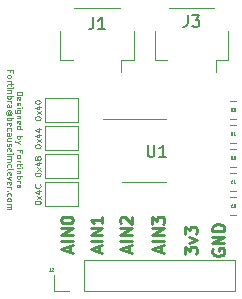
<source format=gbr>
%TF.GenerationSoftware,KiCad,Pcbnew,(6.0.7)*%
%TF.CreationDate,2022-08-07T18:23:06-05:00*%
%TF.ProjectId,ADS1219,41445331-3231-4392-9e6b-696361645f70,4*%
%TF.SameCoordinates,Original*%
%TF.FileFunction,Legend,Top*%
%TF.FilePolarity,Positive*%
%FSLAX46Y46*%
G04 Gerber Fmt 4.6, Leading zero omitted, Abs format (unit mm)*
G04 Created by KiCad (PCBNEW (6.0.7)) date 2022-08-07 18:23:06*
%MOMM*%
%LPD*%
G01*
G04 APERTURE LIST*
%ADD10C,0.062500*%
%ADD11C,0.250000*%
%ADD12C,0.150000*%
%ADD13C,0.125000*%
%ADD14C,0.120000*%
G04 APERTURE END LIST*
D10*
X159676309Y-81452380D02*
X160176309Y-81452380D01*
X160176309Y-81571428D01*
X160152500Y-81642857D01*
X160104880Y-81690476D01*
X160057261Y-81714285D01*
X159962023Y-81738095D01*
X159890595Y-81738095D01*
X159795357Y-81714285D01*
X159747738Y-81690476D01*
X159700119Y-81642857D01*
X159676309Y-81571428D01*
X159676309Y-81452380D01*
X159700119Y-82142857D02*
X159676309Y-82095238D01*
X159676309Y-82000000D01*
X159700119Y-81952380D01*
X159747738Y-81928571D01*
X159938214Y-81928571D01*
X159985833Y-81952380D01*
X160009642Y-82000000D01*
X160009642Y-82095238D01*
X159985833Y-82142857D01*
X159938214Y-82166666D01*
X159890595Y-82166666D01*
X159842976Y-81928571D01*
X159700119Y-82357142D02*
X159676309Y-82404761D01*
X159676309Y-82500000D01*
X159700119Y-82547619D01*
X159747738Y-82571428D01*
X159771547Y-82571428D01*
X159819166Y-82547619D01*
X159842976Y-82500000D01*
X159842976Y-82428571D01*
X159866785Y-82380952D01*
X159914404Y-82357142D01*
X159938214Y-82357142D01*
X159985833Y-82380952D01*
X160009642Y-82428571D01*
X160009642Y-82500000D01*
X159985833Y-82547619D01*
X159676309Y-82785714D02*
X160009642Y-82785714D01*
X160176309Y-82785714D02*
X160152500Y-82761904D01*
X160128690Y-82785714D01*
X160152500Y-82809523D01*
X160176309Y-82785714D01*
X160128690Y-82785714D01*
X160009642Y-83238095D02*
X159604880Y-83238095D01*
X159557261Y-83214285D01*
X159533452Y-83190476D01*
X159509642Y-83142857D01*
X159509642Y-83071428D01*
X159533452Y-83023809D01*
X159700119Y-83238095D02*
X159676309Y-83190476D01*
X159676309Y-83095238D01*
X159700119Y-83047619D01*
X159723928Y-83023809D01*
X159771547Y-83000000D01*
X159914404Y-83000000D01*
X159962023Y-83023809D01*
X159985833Y-83047619D01*
X160009642Y-83095238D01*
X160009642Y-83190476D01*
X159985833Y-83238095D01*
X160009642Y-83476190D02*
X159676309Y-83476190D01*
X159962023Y-83476190D02*
X159985833Y-83500000D01*
X160009642Y-83547619D01*
X160009642Y-83619047D01*
X159985833Y-83666666D01*
X159938214Y-83690476D01*
X159676309Y-83690476D01*
X159700119Y-84119047D02*
X159676309Y-84071428D01*
X159676309Y-83976190D01*
X159700119Y-83928571D01*
X159747738Y-83904761D01*
X159938214Y-83904761D01*
X159985833Y-83928571D01*
X160009642Y-83976190D01*
X160009642Y-84071428D01*
X159985833Y-84119047D01*
X159938214Y-84142857D01*
X159890595Y-84142857D01*
X159842976Y-83904761D01*
X159676309Y-84571428D02*
X160176309Y-84571428D01*
X159700119Y-84571428D02*
X159676309Y-84523809D01*
X159676309Y-84428571D01*
X159700119Y-84380952D01*
X159723928Y-84357142D01*
X159771547Y-84333333D01*
X159914404Y-84333333D01*
X159962023Y-84357142D01*
X159985833Y-84380952D01*
X160009642Y-84428571D01*
X160009642Y-84523809D01*
X159985833Y-84571428D01*
X159676309Y-85190476D02*
X160176309Y-85190476D01*
X159985833Y-85190476D02*
X160009642Y-85238095D01*
X160009642Y-85333333D01*
X159985833Y-85380952D01*
X159962023Y-85404761D01*
X159914404Y-85428571D01*
X159771547Y-85428571D01*
X159723928Y-85404761D01*
X159700119Y-85380952D01*
X159676309Y-85333333D01*
X159676309Y-85238095D01*
X159700119Y-85190476D01*
X160009642Y-85595238D02*
X159676309Y-85714285D01*
X160009642Y-85833333D02*
X159676309Y-85714285D01*
X159557261Y-85666666D01*
X159533452Y-85642857D01*
X159509642Y-85595238D01*
X159938214Y-86571428D02*
X159938214Y-86404761D01*
X159676309Y-86404761D02*
X160176309Y-86404761D01*
X160176309Y-86642857D01*
X159676309Y-86904761D02*
X159700119Y-86857142D01*
X159723928Y-86833333D01*
X159771547Y-86809523D01*
X159914404Y-86809523D01*
X159962023Y-86833333D01*
X159985833Y-86857142D01*
X160009642Y-86904761D01*
X160009642Y-86976190D01*
X159985833Y-87023809D01*
X159962023Y-87047619D01*
X159914404Y-87071428D01*
X159771547Y-87071428D01*
X159723928Y-87047619D01*
X159700119Y-87023809D01*
X159676309Y-86976190D01*
X159676309Y-86904761D01*
X159676309Y-87285714D02*
X160009642Y-87285714D01*
X159914404Y-87285714D02*
X159962023Y-87309523D01*
X159985833Y-87333333D01*
X160009642Y-87380952D01*
X160009642Y-87428571D01*
X160009642Y-87523809D02*
X160009642Y-87714285D01*
X160176309Y-87595238D02*
X159747738Y-87595238D01*
X159700119Y-87619047D01*
X159676309Y-87666666D01*
X159676309Y-87714285D01*
X159676309Y-87880952D02*
X160009642Y-87880952D01*
X160176309Y-87880952D02*
X160152500Y-87857142D01*
X160128690Y-87880952D01*
X160152500Y-87904761D01*
X160176309Y-87880952D01*
X160128690Y-87880952D01*
X160009642Y-88119047D02*
X159676309Y-88119047D01*
X159962023Y-88119047D02*
X159985833Y-88142857D01*
X160009642Y-88190476D01*
X160009642Y-88261904D01*
X159985833Y-88309523D01*
X159938214Y-88333333D01*
X159676309Y-88333333D01*
X159676309Y-88571428D02*
X160176309Y-88571428D01*
X159985833Y-88571428D02*
X160009642Y-88619047D01*
X160009642Y-88714285D01*
X159985833Y-88761904D01*
X159962023Y-88785714D01*
X159914404Y-88809523D01*
X159771547Y-88809523D01*
X159723928Y-88785714D01*
X159700119Y-88761904D01*
X159676309Y-88714285D01*
X159676309Y-88619047D01*
X159700119Y-88571428D01*
X159676309Y-89023809D02*
X160009642Y-89023809D01*
X159914404Y-89023809D02*
X159962023Y-89047619D01*
X159985833Y-89071428D01*
X160009642Y-89119047D01*
X160009642Y-89166666D01*
X159676309Y-89547619D02*
X159938214Y-89547619D01*
X159985833Y-89523809D01*
X160009642Y-89476190D01*
X160009642Y-89380952D01*
X159985833Y-89333333D01*
X159700119Y-89547619D02*
X159676309Y-89500000D01*
X159676309Y-89380952D01*
X159700119Y-89333333D01*
X159747738Y-89309523D01*
X159795357Y-89309523D01*
X159842976Y-89333333D01*
X159866785Y-89380952D01*
X159866785Y-89500000D01*
X159890595Y-89547619D01*
X159133214Y-79785714D02*
X159133214Y-79619047D01*
X158871309Y-79619047D02*
X159371309Y-79619047D01*
X159371309Y-79857142D01*
X158871309Y-80119047D02*
X158895119Y-80071428D01*
X158918928Y-80047619D01*
X158966547Y-80023809D01*
X159109404Y-80023809D01*
X159157023Y-80047619D01*
X159180833Y-80071428D01*
X159204642Y-80119047D01*
X159204642Y-80190476D01*
X159180833Y-80238095D01*
X159157023Y-80261904D01*
X159109404Y-80285714D01*
X158966547Y-80285714D01*
X158918928Y-80261904D01*
X158895119Y-80238095D01*
X158871309Y-80190476D01*
X158871309Y-80119047D01*
X158871309Y-80500000D02*
X159204642Y-80500000D01*
X159109404Y-80500000D02*
X159157023Y-80523809D01*
X159180833Y-80547619D01*
X159204642Y-80595238D01*
X159204642Y-80642857D01*
X159204642Y-80738095D02*
X159204642Y-80928571D01*
X159371309Y-80809523D02*
X158942738Y-80809523D01*
X158895119Y-80833333D01*
X158871309Y-80880952D01*
X158871309Y-80928571D01*
X158871309Y-81095238D02*
X159204642Y-81095238D01*
X159371309Y-81095238D02*
X159347500Y-81071428D01*
X159323690Y-81095238D01*
X159347500Y-81119047D01*
X159371309Y-81095238D01*
X159323690Y-81095238D01*
X159204642Y-81333333D02*
X158871309Y-81333333D01*
X159157023Y-81333333D02*
X159180833Y-81357142D01*
X159204642Y-81404761D01*
X159204642Y-81476190D01*
X159180833Y-81523809D01*
X159133214Y-81547619D01*
X158871309Y-81547619D01*
X158871309Y-81785714D02*
X159371309Y-81785714D01*
X159180833Y-81785714D02*
X159204642Y-81833333D01*
X159204642Y-81928571D01*
X159180833Y-81976190D01*
X159157023Y-82000000D01*
X159109404Y-82023809D01*
X158966547Y-82023809D01*
X158918928Y-82000000D01*
X158895119Y-81976190D01*
X158871309Y-81928571D01*
X158871309Y-81833333D01*
X158895119Y-81785714D01*
X158871309Y-82238095D02*
X159204642Y-82238095D01*
X159109404Y-82238095D02*
X159157023Y-82261904D01*
X159180833Y-82285714D01*
X159204642Y-82333333D01*
X159204642Y-82380952D01*
X158871309Y-82761904D02*
X159133214Y-82761904D01*
X159180833Y-82738095D01*
X159204642Y-82690476D01*
X159204642Y-82595238D01*
X159180833Y-82547619D01*
X158895119Y-82761904D02*
X158871309Y-82714285D01*
X158871309Y-82595238D01*
X158895119Y-82547619D01*
X158942738Y-82523809D01*
X158990357Y-82523809D01*
X159037976Y-82547619D01*
X159061785Y-82595238D01*
X159061785Y-82714285D01*
X159085595Y-82761904D01*
X159109404Y-83309523D02*
X159133214Y-83285714D01*
X159157023Y-83238095D01*
X159157023Y-83190476D01*
X159133214Y-83142857D01*
X159109404Y-83119047D01*
X159061785Y-83095238D01*
X159014166Y-83095238D01*
X158966547Y-83119047D01*
X158942738Y-83142857D01*
X158918928Y-83190476D01*
X158918928Y-83238095D01*
X158942738Y-83285714D01*
X158966547Y-83309523D01*
X159157023Y-83309523D02*
X158966547Y-83309523D01*
X158942738Y-83333333D01*
X158942738Y-83357142D01*
X158966547Y-83404761D01*
X159014166Y-83428571D01*
X159133214Y-83428571D01*
X159204642Y-83380952D01*
X159252261Y-83309523D01*
X159276071Y-83214285D01*
X159252261Y-83119047D01*
X159204642Y-83047619D01*
X159133214Y-83000000D01*
X159037976Y-82976190D01*
X158942738Y-83000000D01*
X158871309Y-83047619D01*
X158823690Y-83119047D01*
X158799880Y-83214285D01*
X158823690Y-83309523D01*
X158871309Y-83380952D01*
X158871309Y-83642857D02*
X159371309Y-83642857D01*
X159180833Y-83642857D02*
X159204642Y-83690476D01*
X159204642Y-83785714D01*
X159180833Y-83833333D01*
X159157023Y-83857142D01*
X159109404Y-83880952D01*
X158966547Y-83880952D01*
X158918928Y-83857142D01*
X158895119Y-83833333D01*
X158871309Y-83785714D01*
X158871309Y-83690476D01*
X158895119Y-83642857D01*
X158895119Y-84285714D02*
X158871309Y-84238095D01*
X158871309Y-84142857D01*
X158895119Y-84095238D01*
X158942738Y-84071428D01*
X159133214Y-84071428D01*
X159180833Y-84095238D01*
X159204642Y-84142857D01*
X159204642Y-84238095D01*
X159180833Y-84285714D01*
X159133214Y-84309523D01*
X159085595Y-84309523D01*
X159037976Y-84071428D01*
X158895119Y-84738095D02*
X158871309Y-84690476D01*
X158871309Y-84595238D01*
X158895119Y-84547619D01*
X158918928Y-84523809D01*
X158966547Y-84500000D01*
X159109404Y-84500000D01*
X159157023Y-84523809D01*
X159180833Y-84547619D01*
X159204642Y-84595238D01*
X159204642Y-84690476D01*
X159180833Y-84738095D01*
X158871309Y-85166666D02*
X159133214Y-85166666D01*
X159180833Y-85142857D01*
X159204642Y-85095238D01*
X159204642Y-85000000D01*
X159180833Y-84952380D01*
X158895119Y-85166666D02*
X158871309Y-85119047D01*
X158871309Y-85000000D01*
X158895119Y-84952380D01*
X158942738Y-84928571D01*
X158990357Y-84928571D01*
X159037976Y-84952380D01*
X159061785Y-85000000D01*
X159061785Y-85119047D01*
X159085595Y-85166666D01*
X159204642Y-85619047D02*
X158871309Y-85619047D01*
X159204642Y-85404761D02*
X158942738Y-85404761D01*
X158895119Y-85428571D01*
X158871309Y-85476190D01*
X158871309Y-85547619D01*
X158895119Y-85595238D01*
X158918928Y-85619047D01*
X158895119Y-85833333D02*
X158871309Y-85880952D01*
X158871309Y-85976190D01*
X158895119Y-86023809D01*
X158942738Y-86047619D01*
X158966547Y-86047619D01*
X159014166Y-86023809D01*
X159037976Y-85976190D01*
X159037976Y-85904761D01*
X159061785Y-85857142D01*
X159109404Y-85833333D01*
X159133214Y-85833333D01*
X159180833Y-85857142D01*
X159204642Y-85904761D01*
X159204642Y-85976190D01*
X159180833Y-86023809D01*
X158895119Y-86452380D02*
X158871309Y-86404761D01*
X158871309Y-86309523D01*
X158895119Y-86261904D01*
X158942738Y-86238095D01*
X159133214Y-86238095D01*
X159180833Y-86261904D01*
X159204642Y-86309523D01*
X159204642Y-86404761D01*
X159180833Y-86452380D01*
X159133214Y-86476190D01*
X159085595Y-86476190D01*
X159037976Y-86238095D01*
X158871309Y-86690476D02*
X159204642Y-86690476D01*
X159371309Y-86690476D02*
X159347500Y-86666666D01*
X159323690Y-86690476D01*
X159347500Y-86714285D01*
X159371309Y-86690476D01*
X159323690Y-86690476D01*
X158871309Y-86928571D02*
X159204642Y-86928571D01*
X159157023Y-86928571D02*
X159180833Y-86952380D01*
X159204642Y-87000000D01*
X159204642Y-87071428D01*
X159180833Y-87119047D01*
X159133214Y-87142857D01*
X158871309Y-87142857D01*
X159133214Y-87142857D02*
X159180833Y-87166666D01*
X159204642Y-87214285D01*
X159204642Y-87285714D01*
X159180833Y-87333333D01*
X159133214Y-87357142D01*
X158871309Y-87357142D01*
X158895119Y-87809523D02*
X158871309Y-87761904D01*
X158871309Y-87666666D01*
X158895119Y-87619047D01*
X158918928Y-87595238D01*
X158966547Y-87571428D01*
X159109404Y-87571428D01*
X159157023Y-87595238D01*
X159180833Y-87619047D01*
X159204642Y-87666666D01*
X159204642Y-87761904D01*
X159180833Y-87809523D01*
X158871309Y-88095238D02*
X158895119Y-88047619D01*
X158942738Y-88023809D01*
X159371309Y-88023809D01*
X158895119Y-88476190D02*
X158871309Y-88428571D01*
X158871309Y-88333333D01*
X158895119Y-88285714D01*
X158942738Y-88261904D01*
X159133214Y-88261904D01*
X159180833Y-88285714D01*
X159204642Y-88333333D01*
X159204642Y-88428571D01*
X159180833Y-88476190D01*
X159133214Y-88500000D01*
X159085595Y-88500000D01*
X159037976Y-88261904D01*
X159204642Y-88666666D02*
X158871309Y-88785714D01*
X159204642Y-88904761D01*
X158895119Y-89285714D02*
X158871309Y-89238095D01*
X158871309Y-89142857D01*
X158895119Y-89095238D01*
X158942738Y-89071428D01*
X159133214Y-89071428D01*
X159180833Y-89095238D01*
X159204642Y-89142857D01*
X159204642Y-89238095D01*
X159180833Y-89285714D01*
X159133214Y-89309523D01*
X159085595Y-89309523D01*
X159037976Y-89071428D01*
X158871309Y-89523809D02*
X159204642Y-89523809D01*
X159109404Y-89523809D02*
X159157023Y-89547619D01*
X159180833Y-89571428D01*
X159204642Y-89619047D01*
X159204642Y-89666666D01*
X158918928Y-89833333D02*
X158895119Y-89857142D01*
X158871309Y-89833333D01*
X158895119Y-89809523D01*
X158918928Y-89833333D01*
X158871309Y-89833333D01*
X158895119Y-90285714D02*
X158871309Y-90238095D01*
X158871309Y-90142857D01*
X158895119Y-90095238D01*
X158918928Y-90071428D01*
X158966547Y-90047619D01*
X159109404Y-90047619D01*
X159157023Y-90071428D01*
X159180833Y-90095238D01*
X159204642Y-90142857D01*
X159204642Y-90238095D01*
X159180833Y-90285714D01*
X158871309Y-90571428D02*
X158895119Y-90523809D01*
X158918928Y-90500000D01*
X158966547Y-90476190D01*
X159109404Y-90476190D01*
X159157023Y-90500000D01*
X159180833Y-90523809D01*
X159204642Y-90571428D01*
X159204642Y-90642857D01*
X159180833Y-90690476D01*
X159157023Y-90714285D01*
X159109404Y-90738095D01*
X158966547Y-90738095D01*
X158918928Y-90714285D01*
X158895119Y-90690476D01*
X158871309Y-90642857D01*
X158871309Y-90571428D01*
X158871309Y-90952380D02*
X159204642Y-90952380D01*
X159157023Y-90952380D02*
X159180833Y-90976190D01*
X159204642Y-91023809D01*
X159204642Y-91095238D01*
X159180833Y-91142857D01*
X159133214Y-91166666D01*
X158871309Y-91166666D01*
X159133214Y-91166666D02*
X159180833Y-91190476D01*
X159204642Y-91238095D01*
X159204642Y-91309523D01*
X159180833Y-91357142D01*
X159133214Y-91380952D01*
X158871309Y-91380952D01*
D11*
X166666666Y-94976190D02*
X166666666Y-94500000D01*
X166952380Y-95071428D02*
X165952380Y-94738095D01*
X166952380Y-94404761D01*
X166952380Y-94071428D02*
X165952380Y-94071428D01*
X166952380Y-93595238D02*
X165952380Y-93595238D01*
X166952380Y-93023809D01*
X165952380Y-93023809D01*
X166952380Y-92023809D02*
X166952380Y-92595238D01*
X166952380Y-92309523D02*
X165952380Y-92309523D01*
X166095238Y-92404761D01*
X166190476Y-92500000D01*
X166238095Y-92595238D01*
X164166666Y-94976190D02*
X164166666Y-94500000D01*
X164452380Y-95071428D02*
X163452380Y-94738095D01*
X164452380Y-94404761D01*
X164452380Y-94071428D02*
X163452380Y-94071428D01*
X164452380Y-93595238D02*
X163452380Y-93595238D01*
X164452380Y-93023809D01*
X163452380Y-93023809D01*
X163452380Y-92357142D02*
X163452380Y-92261904D01*
X163500000Y-92166666D01*
X163547619Y-92119047D01*
X163642857Y-92071428D01*
X163833333Y-92023809D01*
X164071428Y-92023809D01*
X164261904Y-92071428D01*
X164357142Y-92119047D01*
X164404761Y-92166666D01*
X164452380Y-92261904D01*
X164452380Y-92357142D01*
X164404761Y-92452380D01*
X164357142Y-92500000D01*
X164261904Y-92547619D01*
X164071428Y-92595238D01*
X163833333Y-92595238D01*
X163642857Y-92547619D01*
X163547619Y-92500000D01*
X163500000Y-92452380D01*
X163452380Y-92357142D01*
X169166666Y-94976190D02*
X169166666Y-94500000D01*
X169452380Y-95071428D02*
X168452380Y-94738095D01*
X169452380Y-94404761D01*
X169452380Y-94071428D02*
X168452380Y-94071428D01*
X169452380Y-93595238D02*
X168452380Y-93595238D01*
X169452380Y-93023809D01*
X168452380Y-93023809D01*
X168547619Y-92595238D02*
X168500000Y-92547619D01*
X168452380Y-92452380D01*
X168452380Y-92214285D01*
X168500000Y-92119047D01*
X168547619Y-92071428D01*
X168642857Y-92023809D01*
X168738095Y-92023809D01*
X168880952Y-92071428D01*
X169452380Y-92642857D01*
X169452380Y-92023809D01*
X176312000Y-94761904D02*
X176264380Y-94857142D01*
X176264380Y-95000000D01*
X176312000Y-95142857D01*
X176407238Y-95238095D01*
X176502476Y-95285714D01*
X176692952Y-95333333D01*
X176835809Y-95333333D01*
X177026285Y-95285714D01*
X177121523Y-95238095D01*
X177216761Y-95142857D01*
X177264380Y-95000000D01*
X177264380Y-94904761D01*
X177216761Y-94761904D01*
X177169142Y-94714285D01*
X176835809Y-94714285D01*
X176835809Y-94904761D01*
X177264380Y-94285714D02*
X176264380Y-94285714D01*
X177264380Y-93714285D01*
X176264380Y-93714285D01*
X177264380Y-93238095D02*
X176264380Y-93238095D01*
X176264380Y-93000000D01*
X176312000Y-92857142D01*
X176407238Y-92761904D01*
X176502476Y-92714285D01*
X176692952Y-92666666D01*
X176835809Y-92666666D01*
X177026285Y-92714285D01*
X177121523Y-92761904D01*
X177216761Y-92857142D01*
X177264380Y-93000000D01*
X177264380Y-93238095D01*
X173952380Y-95190476D02*
X173952380Y-94571428D01*
X174333333Y-94904761D01*
X174333333Y-94761904D01*
X174380952Y-94666666D01*
X174428571Y-94619047D01*
X174523809Y-94571428D01*
X174761904Y-94571428D01*
X174857142Y-94619047D01*
X174904761Y-94666666D01*
X174952380Y-94761904D01*
X174952380Y-95047619D01*
X174904761Y-95142857D01*
X174857142Y-95190476D01*
X174285714Y-94238095D02*
X174952380Y-94000000D01*
X174285714Y-93761904D01*
X173952380Y-93476190D02*
X173952380Y-92857142D01*
X174333333Y-93190476D01*
X174333333Y-93047619D01*
X174380952Y-92952380D01*
X174428571Y-92904761D01*
X174523809Y-92857142D01*
X174761904Y-92857142D01*
X174857142Y-92904761D01*
X174904761Y-92952380D01*
X174952380Y-93047619D01*
X174952380Y-93333333D01*
X174904761Y-93428571D01*
X174857142Y-93476190D01*
X171898666Y-94976190D02*
X171898666Y-94500000D01*
X172184380Y-95071428D02*
X171184380Y-94738095D01*
X172184380Y-94404761D01*
X172184380Y-94071428D02*
X171184380Y-94071428D01*
X172184380Y-93595238D02*
X171184380Y-93595238D01*
X172184380Y-93023809D01*
X171184380Y-93023809D01*
X171184380Y-92642857D02*
X171184380Y-92023809D01*
X171565333Y-92357142D01*
X171565333Y-92214285D01*
X171612952Y-92119047D01*
X171660571Y-92071428D01*
X171755809Y-92023809D01*
X171993904Y-92023809D01*
X172089142Y-92071428D01*
X172136761Y-92119047D01*
X172184380Y-92214285D01*
X172184380Y-92500000D01*
X172136761Y-92595238D01*
X172089142Y-92642857D01*
D12*
%TO.C,U1*%
X170768080Y-85952380D02*
X170768080Y-86761904D01*
X170815699Y-86857142D01*
X170863318Y-86904761D01*
X170958556Y-86952380D01*
X171149032Y-86952380D01*
X171244270Y-86904761D01*
X171291889Y-86857142D01*
X171339508Y-86761904D01*
X171339508Y-85952380D01*
X172339508Y-86952380D02*
X171768080Y-86952380D01*
X172053794Y-86952380D02*
X172053794Y-85952380D01*
X171958556Y-86095238D01*
X171863318Y-86190476D01*
X171768080Y-86238095D01*
%TO.C,J1*%
X166166666Y-75150380D02*
X166166666Y-75864666D01*
X166119047Y-76007523D01*
X166023809Y-76102761D01*
X165880952Y-76150380D01*
X165785714Y-76150380D01*
X167166666Y-76150380D02*
X166595238Y-76150380D01*
X166880952Y-76150380D02*
X166880952Y-75150380D01*
X166785714Y-75293238D01*
X166690476Y-75388476D01*
X166595238Y-75436095D01*
D13*
%TO.C,JP3*%
X161226190Y-88450950D02*
X161226190Y-88403331D01*
X161250000Y-88355712D01*
X161273809Y-88331903D01*
X161321428Y-88308093D01*
X161416666Y-88284284D01*
X161535714Y-88284284D01*
X161630952Y-88308093D01*
X161678571Y-88331903D01*
X161702380Y-88355712D01*
X161726190Y-88403331D01*
X161726190Y-88450950D01*
X161702380Y-88498570D01*
X161678571Y-88522379D01*
X161630952Y-88546189D01*
X161535714Y-88569998D01*
X161416666Y-88569998D01*
X161321428Y-88546189D01*
X161273809Y-88522379D01*
X161250000Y-88498570D01*
X161226190Y-88450950D01*
X161726190Y-88117617D02*
X161392857Y-87855712D01*
X161392857Y-88117617D02*
X161726190Y-87855712D01*
X161392857Y-87450950D02*
X161726190Y-87450950D01*
X161202380Y-87569998D02*
X161559523Y-87689046D01*
X161559523Y-87379522D01*
X161440476Y-87117617D02*
X161416666Y-87165236D01*
X161392857Y-87189046D01*
X161345238Y-87212855D01*
X161321428Y-87212855D01*
X161273809Y-87189046D01*
X161250000Y-87165236D01*
X161226190Y-87117617D01*
X161226190Y-87022379D01*
X161250000Y-86974760D01*
X161273809Y-86950950D01*
X161321428Y-86927141D01*
X161345238Y-86927141D01*
X161392857Y-86950950D01*
X161416666Y-86974760D01*
X161440476Y-87022379D01*
X161440476Y-87117617D01*
X161464285Y-87165236D01*
X161488095Y-87189046D01*
X161535714Y-87212855D01*
X161630952Y-87212855D01*
X161678571Y-87189046D01*
X161702380Y-87165236D01*
X161726190Y-87117617D01*
X161726190Y-87022379D01*
X161702380Y-86974760D01*
X161678571Y-86950950D01*
X161630952Y-86927141D01*
X161535714Y-86927141D01*
X161488095Y-86950950D01*
X161464285Y-86974760D01*
X161440476Y-87022379D01*
D12*
%TO.C,J3*%
X174166666Y-74952380D02*
X174166666Y-75666666D01*
X174119047Y-75809523D01*
X174023809Y-75904761D01*
X173880952Y-75952380D01*
X173785714Y-75952380D01*
X174547619Y-74952380D02*
X175166666Y-74952380D01*
X174833333Y-75333333D01*
X174976190Y-75333333D01*
X175071428Y-75380952D01*
X175119047Y-75428571D01*
X175166666Y-75523809D01*
X175166666Y-75761904D01*
X175119047Y-75857142D01*
X175071428Y-75904761D01*
X174976190Y-75952380D01*
X174690476Y-75952380D01*
X174595238Y-75904761D01*
X174547619Y-75857142D01*
D10*
%TO.C,R3*%
X177958333Y-83113095D02*
X177875000Y-82994047D01*
X177815476Y-83113095D02*
X177815476Y-82863095D01*
X177910714Y-82863095D01*
X177934523Y-82875000D01*
X177946428Y-82886904D01*
X177958333Y-82910714D01*
X177958333Y-82946428D01*
X177946428Y-82970238D01*
X177934523Y-82982142D01*
X177910714Y-82994047D01*
X177815476Y-82994047D01*
X178041666Y-82863095D02*
X178196428Y-82863095D01*
X178113095Y-82958333D01*
X178148809Y-82958333D01*
X178172619Y-82970238D01*
X178184523Y-82982142D01*
X178196428Y-83005952D01*
X178196428Y-83065476D01*
X178184523Y-83089285D01*
X178172619Y-83101190D01*
X178148809Y-83113095D01*
X178077380Y-83113095D01*
X178053571Y-83101190D01*
X178041666Y-83089285D01*
D13*
%TO.C,JP1*%
X161226190Y-83702380D02*
X161226190Y-83654761D01*
X161250000Y-83607142D01*
X161273809Y-83583333D01*
X161321428Y-83559523D01*
X161416666Y-83535714D01*
X161535714Y-83535714D01*
X161630952Y-83559523D01*
X161678571Y-83583333D01*
X161702380Y-83607142D01*
X161726190Y-83654761D01*
X161726190Y-83702380D01*
X161702380Y-83750000D01*
X161678571Y-83773809D01*
X161630952Y-83797619D01*
X161535714Y-83821428D01*
X161416666Y-83821428D01*
X161321428Y-83797619D01*
X161273809Y-83773809D01*
X161250000Y-83750000D01*
X161226190Y-83702380D01*
X161726190Y-83369047D02*
X161392857Y-83107142D01*
X161392857Y-83369047D02*
X161726190Y-83107142D01*
X161392857Y-82702380D02*
X161726190Y-82702380D01*
X161202380Y-82821428D02*
X161559523Y-82940476D01*
X161559523Y-82630952D01*
X161226190Y-82345238D02*
X161226190Y-82297619D01*
X161250000Y-82250000D01*
X161273809Y-82226190D01*
X161321428Y-82202380D01*
X161416666Y-82178571D01*
X161535714Y-82178571D01*
X161630952Y-82202380D01*
X161678571Y-82226190D01*
X161702380Y-82250000D01*
X161726190Y-82297619D01*
X161726190Y-82345238D01*
X161702380Y-82392857D01*
X161678571Y-82416666D01*
X161630952Y-82440476D01*
X161535714Y-82464285D01*
X161416666Y-82464285D01*
X161321428Y-82440476D01*
X161273809Y-82416666D01*
X161250000Y-82392857D01*
X161226190Y-82345238D01*
D10*
%TO.C,C1*%
X177958333Y-89185285D02*
X177946428Y-89197190D01*
X177910714Y-89209095D01*
X177886904Y-89209095D01*
X177851190Y-89197190D01*
X177827380Y-89173380D01*
X177815476Y-89149571D01*
X177803571Y-89101952D01*
X177803571Y-89066238D01*
X177815476Y-89018619D01*
X177827380Y-88994809D01*
X177851190Y-88971000D01*
X177886904Y-88959095D01*
X177910714Y-88959095D01*
X177946428Y-88971000D01*
X177958333Y-88982904D01*
X178196428Y-89209095D02*
X178053571Y-89209095D01*
X178125000Y-89209095D02*
X178125000Y-88959095D01*
X178101190Y-88994809D01*
X178077380Y-89018619D01*
X178053571Y-89030523D01*
%TO.C,R2*%
X177958333Y-87177095D02*
X177875000Y-87058047D01*
X177815476Y-87177095D02*
X177815476Y-86927095D01*
X177910714Y-86927095D01*
X177934523Y-86939000D01*
X177946428Y-86950904D01*
X177958333Y-86974714D01*
X177958333Y-87010428D01*
X177946428Y-87034238D01*
X177934523Y-87046142D01*
X177910714Y-87058047D01*
X177815476Y-87058047D01*
X178053571Y-86950904D02*
X178065476Y-86939000D01*
X178089285Y-86927095D01*
X178148809Y-86927095D01*
X178172619Y-86939000D01*
X178184523Y-86950904D01*
X178196428Y-86974714D01*
X178196428Y-86998523D01*
X178184523Y-87034238D01*
X178041666Y-87177095D01*
X178196428Y-87177095D01*
%TO.C,R1*%
X177958333Y-85145095D02*
X177875000Y-85026047D01*
X177815476Y-85145095D02*
X177815476Y-84895095D01*
X177910714Y-84895095D01*
X177934523Y-84907000D01*
X177946428Y-84918904D01*
X177958333Y-84942714D01*
X177958333Y-84978428D01*
X177946428Y-85002238D01*
X177934523Y-85014142D01*
X177910714Y-85026047D01*
X177815476Y-85026047D01*
X178196428Y-85145095D02*
X178053571Y-85145095D01*
X178125000Y-85145095D02*
X178125000Y-84895095D01*
X178101190Y-84930809D01*
X178077380Y-84954619D01*
X178053571Y-84966523D01*
%TO.C,J2*%
X162542666Y-96363095D02*
X162542666Y-96541666D01*
X162530761Y-96577380D01*
X162506952Y-96601190D01*
X162471238Y-96613095D01*
X162447428Y-96613095D01*
X162649809Y-96386904D02*
X162661714Y-96375000D01*
X162685523Y-96363095D01*
X162745047Y-96363095D01*
X162768857Y-96375000D01*
X162780761Y-96386904D01*
X162792666Y-96410714D01*
X162792666Y-96434523D01*
X162780761Y-96470238D01*
X162637904Y-96613095D01*
X162792666Y-96613095D01*
D13*
%TO.C,JP4*%
X161226190Y-90837140D02*
X161226190Y-90789521D01*
X161250000Y-90741902D01*
X161273809Y-90718093D01*
X161321428Y-90694283D01*
X161416666Y-90670474D01*
X161535714Y-90670474D01*
X161630952Y-90694283D01*
X161678571Y-90718093D01*
X161702380Y-90741902D01*
X161726190Y-90789521D01*
X161726190Y-90837140D01*
X161702380Y-90884759D01*
X161678571Y-90908569D01*
X161630952Y-90932378D01*
X161535714Y-90956188D01*
X161416666Y-90956188D01*
X161321428Y-90932378D01*
X161273809Y-90908569D01*
X161250000Y-90884759D01*
X161226190Y-90837140D01*
X161726190Y-90503807D02*
X161392857Y-90241902D01*
X161392857Y-90503807D02*
X161726190Y-90241902D01*
X161392857Y-89837140D02*
X161726190Y-89837140D01*
X161202380Y-89956188D02*
X161559523Y-90075235D01*
X161559523Y-89765712D01*
X161678571Y-89289521D02*
X161702380Y-89313331D01*
X161726190Y-89384759D01*
X161726190Y-89432378D01*
X161702380Y-89503807D01*
X161654761Y-89551426D01*
X161607142Y-89575235D01*
X161511904Y-89599045D01*
X161440476Y-89599045D01*
X161345238Y-89575235D01*
X161297619Y-89551426D01*
X161250000Y-89503807D01*
X161226190Y-89432378D01*
X161226190Y-89384759D01*
X161250000Y-89313331D01*
X161273809Y-89289521D01*
%TO.C,JP2*%
X161226190Y-86076665D02*
X161226190Y-86029046D01*
X161250000Y-85981427D01*
X161273809Y-85957618D01*
X161321428Y-85933808D01*
X161416666Y-85909999D01*
X161535714Y-85909999D01*
X161630952Y-85933808D01*
X161678571Y-85957618D01*
X161702380Y-85981427D01*
X161726190Y-86029046D01*
X161726190Y-86076665D01*
X161702380Y-86124285D01*
X161678571Y-86148094D01*
X161630952Y-86171904D01*
X161535714Y-86195713D01*
X161416666Y-86195713D01*
X161321428Y-86171904D01*
X161273809Y-86148094D01*
X161250000Y-86124285D01*
X161226190Y-86076665D01*
X161726190Y-85743332D02*
X161392857Y-85481427D01*
X161392857Y-85743332D02*
X161726190Y-85481427D01*
X161392857Y-85076665D02*
X161726190Y-85076665D01*
X161202380Y-85195713D02*
X161559523Y-85314761D01*
X161559523Y-85005237D01*
X161392857Y-84600475D02*
X161726190Y-84600475D01*
X161202380Y-84719523D02*
X161559523Y-84838570D01*
X161559523Y-84529046D01*
D10*
%TO.C,C2*%
X177958333Y-91217285D02*
X177946428Y-91229190D01*
X177910714Y-91241095D01*
X177886904Y-91241095D01*
X177851190Y-91229190D01*
X177827380Y-91205380D01*
X177815476Y-91181571D01*
X177803571Y-91133952D01*
X177803571Y-91098238D01*
X177815476Y-91050619D01*
X177827380Y-91026809D01*
X177851190Y-91003000D01*
X177886904Y-90991095D01*
X177910714Y-90991095D01*
X177946428Y-91003000D01*
X177958333Y-91014904D01*
X178053571Y-91014904D02*
X178065476Y-91003000D01*
X178089285Y-90991095D01*
X178148809Y-90991095D01*
X178172619Y-91003000D01*
X178184523Y-91014904D01*
X178196428Y-91038714D01*
X178196428Y-91062523D01*
X178184523Y-91098238D01*
X178041666Y-91241095D01*
X178196428Y-91241095D01*
D14*
%TO.C,U1*%
X168650001Y-89049997D02*
X172349999Y-89049997D01*
X166999999Y-83750000D02*
X172349999Y-83750000D01*
%TO.C,J1*%
X163390000Y-76285000D02*
X163390000Y-78785000D01*
X169610000Y-76285000D02*
X169610000Y-78785000D01*
X168440000Y-74315000D02*
X164560000Y-74315000D01*
X169610000Y-78785000D02*
X168560000Y-78785000D01*
X163390000Y-78785000D02*
X164440000Y-78785000D01*
X168560000Y-78785000D02*
X168560000Y-79775000D01*
%TO.C,JP3*%
X164900000Y-86748570D02*
X164900000Y-88748570D01*
X164900000Y-88748570D02*
X162100000Y-88748570D01*
X162100000Y-88748570D02*
X162100000Y-86748570D01*
X162100000Y-86748570D02*
X164900000Y-86748570D01*
%TO.C,J3*%
X176440000Y-74315000D02*
X172560000Y-74315000D01*
X171390000Y-76285000D02*
X171390000Y-78785000D01*
X177610000Y-78785000D02*
X176560000Y-78785000D01*
X171390000Y-78785000D02*
X172440000Y-78785000D01*
X177610000Y-76285000D02*
X177610000Y-78785000D01*
X176560000Y-78785000D02*
X176560000Y-79775000D01*
%TO.C,R3*%
X178227064Y-82265000D02*
X177772936Y-82265000D01*
X178227064Y-83735000D02*
X177772936Y-83735000D01*
%TO.C,JP1*%
X164900000Y-84000000D02*
X162100000Y-84000000D01*
X162100000Y-84000000D02*
X162100000Y-82000000D01*
X162100000Y-82000000D02*
X164900000Y-82000000D01*
X164900000Y-82000000D02*
X164900000Y-84000000D01*
%TO.C,C1*%
X178261252Y-88361000D02*
X177738748Y-88361000D01*
X178261252Y-89831000D02*
X177738748Y-89831000D01*
%TO.C,R2*%
X178227064Y-86329000D02*
X177772936Y-86329000D01*
X178227064Y-87799000D02*
X177772936Y-87799000D01*
%TO.C,R1*%
X178227064Y-84297000D02*
X177772936Y-84297000D01*
X178227064Y-85767000D02*
X177772936Y-85767000D01*
%TO.C,J2*%
X162820000Y-98330000D02*
X162820000Y-97000000D01*
X165420000Y-98330000D02*
X165420000Y-95670000D01*
X178180000Y-98330000D02*
X178180000Y-95670000D01*
X165420000Y-95670000D02*
X178180000Y-95670000D01*
X164150000Y-98330000D02*
X162820000Y-98330000D01*
X165420000Y-98330000D02*
X178180000Y-98330000D01*
%TO.C,JP4*%
X162100000Y-89122855D02*
X164900000Y-89122855D01*
X162100000Y-91122855D02*
X162100000Y-89122855D01*
X164900000Y-89122855D02*
X164900000Y-91122855D01*
X164900000Y-91122855D02*
X162100000Y-91122855D01*
%TO.C,JP2*%
X164900000Y-84374285D02*
X164900000Y-86374285D01*
X162100000Y-86374285D02*
X162100000Y-84374285D01*
X164900000Y-86374285D02*
X162100000Y-86374285D01*
X162100000Y-84374285D02*
X164900000Y-84374285D01*
%TO.C,C2*%
X177738748Y-91863000D02*
X178261252Y-91863000D01*
X177738748Y-90393000D02*
X178261252Y-90393000D01*
%TD*%
M02*

</source>
